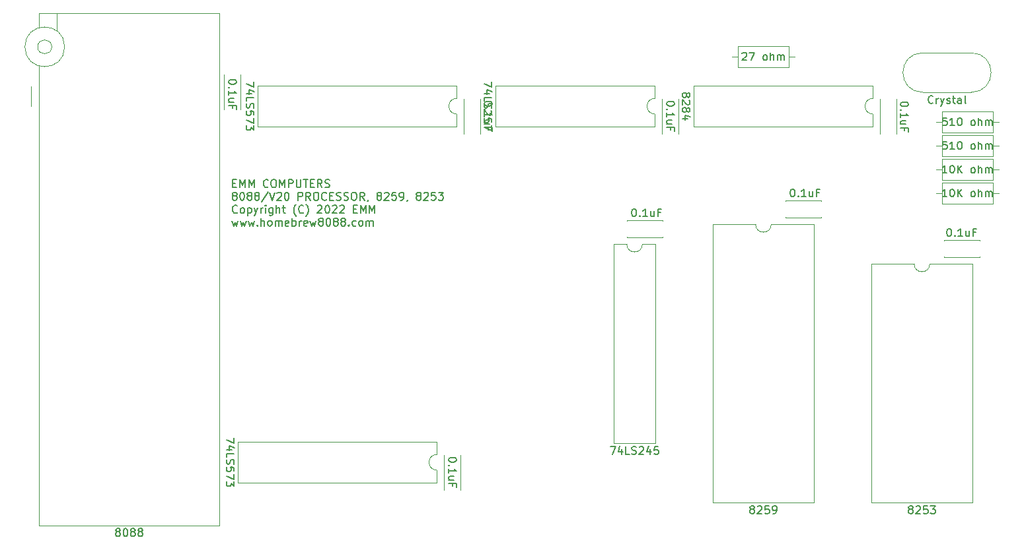
<source format=gbr>
G04 #@! TF.GenerationSoftware,KiCad,Pcbnew,(5.1.8)-1*
G04 #@! TF.CreationDate,2022-07-22T12:19:48-06:00*
G04 #@! TF.ProjectId,8088,38303838-2e6b-4696-9361-645f70636258,rev?*
G04 #@! TF.SameCoordinates,Original*
G04 #@! TF.FileFunction,Legend,Top*
G04 #@! TF.FilePolarity,Positive*
%FSLAX46Y46*%
G04 Gerber Fmt 4.6, Leading zero omitted, Abs format (unit mm)*
G04 Created by KiCad (PCBNEW (5.1.8)-1) date 2022-07-22 12:19:48*
%MOMM*%
%LPD*%
G01*
G04 APERTURE LIST*
%ADD10C,0.150000*%
%ADD11C,0.120000*%
G04 APERTURE END LIST*
D10*
X80845975Y-77438171D02*
X81179308Y-77438171D01*
X81322165Y-77961980D02*
X80845975Y-77961980D01*
X80845975Y-76961980D01*
X81322165Y-76961980D01*
X81750737Y-77961980D02*
X81750737Y-76961980D01*
X82084070Y-77676266D01*
X82417403Y-76961980D01*
X82417403Y-77961980D01*
X82893594Y-77961980D02*
X82893594Y-76961980D01*
X83226927Y-77676266D01*
X83560260Y-76961980D01*
X83560260Y-77961980D01*
X85369784Y-77866742D02*
X85322165Y-77914361D01*
X85179308Y-77961980D01*
X85084070Y-77961980D01*
X84941213Y-77914361D01*
X84845975Y-77819123D01*
X84798356Y-77723885D01*
X84750737Y-77533409D01*
X84750737Y-77390552D01*
X84798356Y-77200076D01*
X84845975Y-77104838D01*
X84941213Y-77009600D01*
X85084070Y-76961980D01*
X85179308Y-76961980D01*
X85322165Y-77009600D01*
X85369784Y-77057219D01*
X85988832Y-76961980D02*
X86179308Y-76961980D01*
X86274546Y-77009600D01*
X86369784Y-77104838D01*
X86417403Y-77295314D01*
X86417403Y-77628647D01*
X86369784Y-77819123D01*
X86274546Y-77914361D01*
X86179308Y-77961980D01*
X85988832Y-77961980D01*
X85893594Y-77914361D01*
X85798356Y-77819123D01*
X85750737Y-77628647D01*
X85750737Y-77295314D01*
X85798356Y-77104838D01*
X85893594Y-77009600D01*
X85988832Y-76961980D01*
X86845975Y-77961980D02*
X86845975Y-76961980D01*
X87179308Y-77676266D01*
X87512641Y-76961980D01*
X87512641Y-77961980D01*
X87988832Y-77961980D02*
X87988832Y-76961980D01*
X88369784Y-76961980D01*
X88465022Y-77009600D01*
X88512641Y-77057219D01*
X88560260Y-77152457D01*
X88560260Y-77295314D01*
X88512641Y-77390552D01*
X88465022Y-77438171D01*
X88369784Y-77485790D01*
X87988832Y-77485790D01*
X88988832Y-76961980D02*
X88988832Y-77771504D01*
X89036451Y-77866742D01*
X89084070Y-77914361D01*
X89179308Y-77961980D01*
X89369784Y-77961980D01*
X89465022Y-77914361D01*
X89512641Y-77866742D01*
X89560260Y-77771504D01*
X89560260Y-76961980D01*
X89893594Y-76961980D02*
X90465022Y-76961980D01*
X90179308Y-77961980D02*
X90179308Y-76961980D01*
X90798356Y-77438171D02*
X91131689Y-77438171D01*
X91274546Y-77961980D02*
X90798356Y-77961980D01*
X90798356Y-76961980D01*
X91274546Y-76961980D01*
X92274546Y-77961980D02*
X91941213Y-77485790D01*
X91703118Y-77961980D02*
X91703118Y-76961980D01*
X92084070Y-76961980D01*
X92179308Y-77009600D01*
X92226927Y-77057219D01*
X92274546Y-77152457D01*
X92274546Y-77295314D01*
X92226927Y-77390552D01*
X92179308Y-77438171D01*
X92084070Y-77485790D01*
X91703118Y-77485790D01*
X92655499Y-77914361D02*
X92798356Y-77961980D01*
X93036451Y-77961980D01*
X93131689Y-77914361D01*
X93179308Y-77866742D01*
X93226927Y-77771504D01*
X93226927Y-77676266D01*
X93179308Y-77581028D01*
X93131689Y-77533409D01*
X93036451Y-77485790D01*
X92845975Y-77438171D01*
X92750737Y-77390552D01*
X92703118Y-77342933D01*
X92655499Y-77247695D01*
X92655499Y-77152457D01*
X92703118Y-77057219D01*
X92750737Y-77009600D01*
X92845975Y-76961980D01*
X93084070Y-76961980D01*
X93226927Y-77009600D01*
X80988832Y-79040552D02*
X80893594Y-78992933D01*
X80845975Y-78945314D01*
X80798356Y-78850076D01*
X80798356Y-78802457D01*
X80845975Y-78707219D01*
X80893594Y-78659600D01*
X80988832Y-78611980D01*
X81179308Y-78611980D01*
X81274546Y-78659600D01*
X81322165Y-78707219D01*
X81369784Y-78802457D01*
X81369784Y-78850076D01*
X81322165Y-78945314D01*
X81274546Y-78992933D01*
X81179308Y-79040552D01*
X80988832Y-79040552D01*
X80893594Y-79088171D01*
X80845975Y-79135790D01*
X80798356Y-79231028D01*
X80798356Y-79421504D01*
X80845975Y-79516742D01*
X80893594Y-79564361D01*
X80988832Y-79611980D01*
X81179308Y-79611980D01*
X81274546Y-79564361D01*
X81322165Y-79516742D01*
X81369784Y-79421504D01*
X81369784Y-79231028D01*
X81322165Y-79135790D01*
X81274546Y-79088171D01*
X81179308Y-79040552D01*
X81988832Y-78611980D02*
X82084070Y-78611980D01*
X82179308Y-78659600D01*
X82226927Y-78707219D01*
X82274546Y-78802457D01*
X82322165Y-78992933D01*
X82322165Y-79231028D01*
X82274546Y-79421504D01*
X82226927Y-79516742D01*
X82179308Y-79564361D01*
X82084070Y-79611980D01*
X81988832Y-79611980D01*
X81893594Y-79564361D01*
X81845975Y-79516742D01*
X81798356Y-79421504D01*
X81750737Y-79231028D01*
X81750737Y-78992933D01*
X81798356Y-78802457D01*
X81845975Y-78707219D01*
X81893594Y-78659600D01*
X81988832Y-78611980D01*
X82893594Y-79040552D02*
X82798356Y-78992933D01*
X82750737Y-78945314D01*
X82703118Y-78850076D01*
X82703118Y-78802457D01*
X82750737Y-78707219D01*
X82798356Y-78659600D01*
X82893594Y-78611980D01*
X83084070Y-78611980D01*
X83179308Y-78659600D01*
X83226927Y-78707219D01*
X83274546Y-78802457D01*
X83274546Y-78850076D01*
X83226927Y-78945314D01*
X83179308Y-78992933D01*
X83084070Y-79040552D01*
X82893594Y-79040552D01*
X82798356Y-79088171D01*
X82750737Y-79135790D01*
X82703118Y-79231028D01*
X82703118Y-79421504D01*
X82750737Y-79516742D01*
X82798356Y-79564361D01*
X82893594Y-79611980D01*
X83084070Y-79611980D01*
X83179308Y-79564361D01*
X83226927Y-79516742D01*
X83274546Y-79421504D01*
X83274546Y-79231028D01*
X83226927Y-79135790D01*
X83179308Y-79088171D01*
X83084070Y-79040552D01*
X83845975Y-79040552D02*
X83750737Y-78992933D01*
X83703118Y-78945314D01*
X83655499Y-78850076D01*
X83655499Y-78802457D01*
X83703118Y-78707219D01*
X83750737Y-78659600D01*
X83845975Y-78611980D01*
X84036451Y-78611980D01*
X84131689Y-78659600D01*
X84179308Y-78707219D01*
X84226927Y-78802457D01*
X84226927Y-78850076D01*
X84179308Y-78945314D01*
X84131689Y-78992933D01*
X84036451Y-79040552D01*
X83845975Y-79040552D01*
X83750737Y-79088171D01*
X83703118Y-79135790D01*
X83655499Y-79231028D01*
X83655499Y-79421504D01*
X83703118Y-79516742D01*
X83750737Y-79564361D01*
X83845975Y-79611980D01*
X84036451Y-79611980D01*
X84131689Y-79564361D01*
X84179308Y-79516742D01*
X84226927Y-79421504D01*
X84226927Y-79231028D01*
X84179308Y-79135790D01*
X84131689Y-79088171D01*
X84036451Y-79040552D01*
X85369784Y-78564361D02*
X84512641Y-79850076D01*
X85560260Y-78611980D02*
X85893594Y-79611980D01*
X86226927Y-78611980D01*
X86512641Y-78707219D02*
X86560260Y-78659600D01*
X86655499Y-78611980D01*
X86893594Y-78611980D01*
X86988832Y-78659600D01*
X87036451Y-78707219D01*
X87084070Y-78802457D01*
X87084070Y-78897695D01*
X87036451Y-79040552D01*
X86465022Y-79611980D01*
X87084070Y-79611980D01*
X87703118Y-78611980D02*
X87798356Y-78611980D01*
X87893594Y-78659600D01*
X87941213Y-78707219D01*
X87988832Y-78802457D01*
X88036451Y-78992933D01*
X88036451Y-79231028D01*
X87988832Y-79421504D01*
X87941213Y-79516742D01*
X87893594Y-79564361D01*
X87798356Y-79611980D01*
X87703118Y-79611980D01*
X87607880Y-79564361D01*
X87560260Y-79516742D01*
X87512641Y-79421504D01*
X87465022Y-79231028D01*
X87465022Y-78992933D01*
X87512641Y-78802457D01*
X87560260Y-78707219D01*
X87607880Y-78659600D01*
X87703118Y-78611980D01*
X89226927Y-79611980D02*
X89226927Y-78611980D01*
X89607880Y-78611980D01*
X89703118Y-78659600D01*
X89750737Y-78707219D01*
X89798356Y-78802457D01*
X89798356Y-78945314D01*
X89750737Y-79040552D01*
X89703118Y-79088171D01*
X89607880Y-79135790D01*
X89226927Y-79135790D01*
X90798356Y-79611980D02*
X90465022Y-79135790D01*
X90226927Y-79611980D02*
X90226927Y-78611980D01*
X90607880Y-78611980D01*
X90703118Y-78659600D01*
X90750737Y-78707219D01*
X90798356Y-78802457D01*
X90798356Y-78945314D01*
X90750737Y-79040552D01*
X90703118Y-79088171D01*
X90607880Y-79135790D01*
X90226927Y-79135790D01*
X91417403Y-78611980D02*
X91607880Y-78611980D01*
X91703118Y-78659600D01*
X91798356Y-78754838D01*
X91845975Y-78945314D01*
X91845975Y-79278647D01*
X91798356Y-79469123D01*
X91703118Y-79564361D01*
X91607880Y-79611980D01*
X91417403Y-79611980D01*
X91322165Y-79564361D01*
X91226927Y-79469123D01*
X91179308Y-79278647D01*
X91179308Y-78945314D01*
X91226927Y-78754838D01*
X91322165Y-78659600D01*
X91417403Y-78611980D01*
X92845975Y-79516742D02*
X92798356Y-79564361D01*
X92655499Y-79611980D01*
X92560260Y-79611980D01*
X92417403Y-79564361D01*
X92322165Y-79469123D01*
X92274546Y-79373885D01*
X92226927Y-79183409D01*
X92226927Y-79040552D01*
X92274546Y-78850076D01*
X92322165Y-78754838D01*
X92417403Y-78659600D01*
X92560260Y-78611980D01*
X92655499Y-78611980D01*
X92798356Y-78659600D01*
X92845975Y-78707219D01*
X93274546Y-79088171D02*
X93607880Y-79088171D01*
X93750737Y-79611980D02*
X93274546Y-79611980D01*
X93274546Y-78611980D01*
X93750737Y-78611980D01*
X94131689Y-79564361D02*
X94274546Y-79611980D01*
X94512641Y-79611980D01*
X94607880Y-79564361D01*
X94655499Y-79516742D01*
X94703118Y-79421504D01*
X94703118Y-79326266D01*
X94655499Y-79231028D01*
X94607880Y-79183409D01*
X94512641Y-79135790D01*
X94322165Y-79088171D01*
X94226927Y-79040552D01*
X94179308Y-78992933D01*
X94131689Y-78897695D01*
X94131689Y-78802457D01*
X94179308Y-78707219D01*
X94226927Y-78659600D01*
X94322165Y-78611980D01*
X94560260Y-78611980D01*
X94703118Y-78659600D01*
X95084070Y-79564361D02*
X95226927Y-79611980D01*
X95465022Y-79611980D01*
X95560260Y-79564361D01*
X95607880Y-79516742D01*
X95655499Y-79421504D01*
X95655499Y-79326266D01*
X95607880Y-79231028D01*
X95560260Y-79183409D01*
X95465022Y-79135790D01*
X95274546Y-79088171D01*
X95179308Y-79040552D01*
X95131689Y-78992933D01*
X95084070Y-78897695D01*
X95084070Y-78802457D01*
X95131689Y-78707219D01*
X95179308Y-78659600D01*
X95274546Y-78611980D01*
X95512641Y-78611980D01*
X95655499Y-78659600D01*
X96274546Y-78611980D02*
X96465022Y-78611980D01*
X96560260Y-78659600D01*
X96655499Y-78754838D01*
X96703118Y-78945314D01*
X96703118Y-79278647D01*
X96655499Y-79469123D01*
X96560260Y-79564361D01*
X96465022Y-79611980D01*
X96274546Y-79611980D01*
X96179308Y-79564361D01*
X96084070Y-79469123D01*
X96036451Y-79278647D01*
X96036451Y-78945314D01*
X96084070Y-78754838D01*
X96179308Y-78659600D01*
X96274546Y-78611980D01*
X97703118Y-79611980D02*
X97369784Y-79135790D01*
X97131689Y-79611980D02*
X97131689Y-78611980D01*
X97512641Y-78611980D01*
X97607880Y-78659600D01*
X97655499Y-78707219D01*
X97703118Y-78802457D01*
X97703118Y-78945314D01*
X97655499Y-79040552D01*
X97607880Y-79088171D01*
X97512641Y-79135790D01*
X97131689Y-79135790D01*
X98179308Y-79564361D02*
X98179308Y-79611980D01*
X98131689Y-79707219D01*
X98084070Y-79754838D01*
X99512641Y-79040552D02*
X99417403Y-78992933D01*
X99369784Y-78945314D01*
X99322165Y-78850076D01*
X99322165Y-78802457D01*
X99369784Y-78707219D01*
X99417403Y-78659600D01*
X99512641Y-78611980D01*
X99703118Y-78611980D01*
X99798356Y-78659600D01*
X99845975Y-78707219D01*
X99893594Y-78802457D01*
X99893594Y-78850076D01*
X99845975Y-78945314D01*
X99798356Y-78992933D01*
X99703118Y-79040552D01*
X99512641Y-79040552D01*
X99417403Y-79088171D01*
X99369784Y-79135790D01*
X99322165Y-79231028D01*
X99322165Y-79421504D01*
X99369784Y-79516742D01*
X99417403Y-79564361D01*
X99512641Y-79611980D01*
X99703118Y-79611980D01*
X99798356Y-79564361D01*
X99845975Y-79516742D01*
X99893594Y-79421504D01*
X99893594Y-79231028D01*
X99845975Y-79135790D01*
X99798356Y-79088171D01*
X99703118Y-79040552D01*
X100274546Y-78707219D02*
X100322165Y-78659600D01*
X100417403Y-78611980D01*
X100655499Y-78611980D01*
X100750737Y-78659600D01*
X100798356Y-78707219D01*
X100845975Y-78802457D01*
X100845975Y-78897695D01*
X100798356Y-79040552D01*
X100226927Y-79611980D01*
X100845975Y-79611980D01*
X101750737Y-78611980D02*
X101274546Y-78611980D01*
X101226927Y-79088171D01*
X101274546Y-79040552D01*
X101369784Y-78992933D01*
X101607880Y-78992933D01*
X101703118Y-79040552D01*
X101750737Y-79088171D01*
X101798356Y-79183409D01*
X101798356Y-79421504D01*
X101750737Y-79516742D01*
X101703118Y-79564361D01*
X101607880Y-79611980D01*
X101369784Y-79611980D01*
X101274546Y-79564361D01*
X101226927Y-79516742D01*
X102274546Y-79611980D02*
X102465022Y-79611980D01*
X102560260Y-79564361D01*
X102607880Y-79516742D01*
X102703118Y-79373885D01*
X102750737Y-79183409D01*
X102750737Y-78802457D01*
X102703118Y-78707219D01*
X102655499Y-78659600D01*
X102560260Y-78611980D01*
X102369784Y-78611980D01*
X102274546Y-78659600D01*
X102226927Y-78707219D01*
X102179308Y-78802457D01*
X102179308Y-79040552D01*
X102226927Y-79135790D01*
X102274546Y-79183409D01*
X102369784Y-79231028D01*
X102560260Y-79231028D01*
X102655499Y-79183409D01*
X102703118Y-79135790D01*
X102750737Y-79040552D01*
X103226927Y-79564361D02*
X103226927Y-79611980D01*
X103179308Y-79707219D01*
X103131689Y-79754838D01*
X104560260Y-79040552D02*
X104465022Y-78992933D01*
X104417403Y-78945314D01*
X104369784Y-78850076D01*
X104369784Y-78802457D01*
X104417403Y-78707219D01*
X104465022Y-78659600D01*
X104560260Y-78611980D01*
X104750737Y-78611980D01*
X104845975Y-78659600D01*
X104893594Y-78707219D01*
X104941213Y-78802457D01*
X104941213Y-78850076D01*
X104893594Y-78945314D01*
X104845975Y-78992933D01*
X104750737Y-79040552D01*
X104560260Y-79040552D01*
X104465022Y-79088171D01*
X104417403Y-79135790D01*
X104369784Y-79231028D01*
X104369784Y-79421504D01*
X104417403Y-79516742D01*
X104465022Y-79564361D01*
X104560260Y-79611980D01*
X104750737Y-79611980D01*
X104845975Y-79564361D01*
X104893594Y-79516742D01*
X104941213Y-79421504D01*
X104941213Y-79231028D01*
X104893594Y-79135790D01*
X104845975Y-79088171D01*
X104750737Y-79040552D01*
X105322165Y-78707219D02*
X105369784Y-78659600D01*
X105465022Y-78611980D01*
X105703118Y-78611980D01*
X105798356Y-78659600D01*
X105845975Y-78707219D01*
X105893594Y-78802457D01*
X105893594Y-78897695D01*
X105845975Y-79040552D01*
X105274546Y-79611980D01*
X105893594Y-79611980D01*
X106798356Y-78611980D02*
X106322165Y-78611980D01*
X106274546Y-79088171D01*
X106322165Y-79040552D01*
X106417403Y-78992933D01*
X106655499Y-78992933D01*
X106750737Y-79040552D01*
X106798356Y-79088171D01*
X106845975Y-79183409D01*
X106845975Y-79421504D01*
X106798356Y-79516742D01*
X106750737Y-79564361D01*
X106655499Y-79611980D01*
X106417403Y-79611980D01*
X106322165Y-79564361D01*
X106274546Y-79516742D01*
X107179308Y-78611980D02*
X107798356Y-78611980D01*
X107465022Y-78992933D01*
X107607879Y-78992933D01*
X107703118Y-79040552D01*
X107750737Y-79088171D01*
X107798356Y-79183409D01*
X107798356Y-79421504D01*
X107750737Y-79516742D01*
X107703118Y-79564361D01*
X107607879Y-79611980D01*
X107322165Y-79611980D01*
X107226927Y-79564361D01*
X107179308Y-79516742D01*
X81417403Y-81166742D02*
X81369784Y-81214361D01*
X81226927Y-81261980D01*
X81131689Y-81261980D01*
X80988832Y-81214361D01*
X80893594Y-81119123D01*
X80845975Y-81023885D01*
X80798356Y-80833409D01*
X80798356Y-80690552D01*
X80845975Y-80500076D01*
X80893594Y-80404838D01*
X80988832Y-80309600D01*
X81131689Y-80261980D01*
X81226927Y-80261980D01*
X81369784Y-80309600D01*
X81417403Y-80357219D01*
X81988832Y-81261980D02*
X81893594Y-81214361D01*
X81845975Y-81166742D01*
X81798356Y-81071504D01*
X81798356Y-80785790D01*
X81845975Y-80690552D01*
X81893594Y-80642933D01*
X81988832Y-80595314D01*
X82131689Y-80595314D01*
X82226927Y-80642933D01*
X82274546Y-80690552D01*
X82322165Y-80785790D01*
X82322165Y-81071504D01*
X82274546Y-81166742D01*
X82226927Y-81214361D01*
X82131689Y-81261980D01*
X81988832Y-81261980D01*
X82750737Y-80595314D02*
X82750737Y-81595314D01*
X82750737Y-80642933D02*
X82845975Y-80595314D01*
X83036451Y-80595314D01*
X83131689Y-80642933D01*
X83179308Y-80690552D01*
X83226927Y-80785790D01*
X83226927Y-81071504D01*
X83179308Y-81166742D01*
X83131689Y-81214361D01*
X83036451Y-81261980D01*
X82845975Y-81261980D01*
X82750737Y-81214361D01*
X83560260Y-80595314D02*
X83798356Y-81261980D01*
X84036451Y-80595314D02*
X83798356Y-81261980D01*
X83703118Y-81500076D01*
X83655499Y-81547695D01*
X83560260Y-81595314D01*
X84417403Y-81261980D02*
X84417403Y-80595314D01*
X84417403Y-80785790D02*
X84465022Y-80690552D01*
X84512641Y-80642933D01*
X84607880Y-80595314D01*
X84703118Y-80595314D01*
X85036451Y-81261980D02*
X85036451Y-80595314D01*
X85036451Y-80261980D02*
X84988832Y-80309600D01*
X85036451Y-80357219D01*
X85084070Y-80309600D01*
X85036451Y-80261980D01*
X85036451Y-80357219D01*
X85941213Y-80595314D02*
X85941213Y-81404838D01*
X85893594Y-81500076D01*
X85845975Y-81547695D01*
X85750737Y-81595314D01*
X85607880Y-81595314D01*
X85512641Y-81547695D01*
X85941213Y-81214361D02*
X85845975Y-81261980D01*
X85655499Y-81261980D01*
X85560260Y-81214361D01*
X85512641Y-81166742D01*
X85465022Y-81071504D01*
X85465022Y-80785790D01*
X85512641Y-80690552D01*
X85560260Y-80642933D01*
X85655499Y-80595314D01*
X85845975Y-80595314D01*
X85941213Y-80642933D01*
X86417403Y-81261980D02*
X86417403Y-80261980D01*
X86845975Y-81261980D02*
X86845975Y-80738171D01*
X86798356Y-80642933D01*
X86703118Y-80595314D01*
X86560260Y-80595314D01*
X86465022Y-80642933D01*
X86417403Y-80690552D01*
X87179308Y-80595314D02*
X87560260Y-80595314D01*
X87322165Y-80261980D02*
X87322165Y-81119123D01*
X87369784Y-81214361D01*
X87465022Y-81261980D01*
X87560260Y-81261980D01*
X88941213Y-81642933D02*
X88893594Y-81595314D01*
X88798356Y-81452457D01*
X88750737Y-81357219D01*
X88703118Y-81214361D01*
X88655499Y-80976266D01*
X88655499Y-80785790D01*
X88703118Y-80547695D01*
X88750737Y-80404838D01*
X88798356Y-80309600D01*
X88893594Y-80166742D01*
X88941213Y-80119123D01*
X89893594Y-81166742D02*
X89845975Y-81214361D01*
X89703118Y-81261980D01*
X89607880Y-81261980D01*
X89465022Y-81214361D01*
X89369784Y-81119123D01*
X89322165Y-81023885D01*
X89274546Y-80833409D01*
X89274546Y-80690552D01*
X89322165Y-80500076D01*
X89369784Y-80404838D01*
X89465022Y-80309600D01*
X89607880Y-80261980D01*
X89703118Y-80261980D01*
X89845975Y-80309600D01*
X89893594Y-80357219D01*
X90226927Y-81642933D02*
X90274546Y-81595314D01*
X90369784Y-81452457D01*
X90417403Y-81357219D01*
X90465022Y-81214361D01*
X90512641Y-80976266D01*
X90512641Y-80785790D01*
X90465022Y-80547695D01*
X90417403Y-80404838D01*
X90369784Y-80309600D01*
X90274546Y-80166742D01*
X90226927Y-80119123D01*
X91703118Y-80357219D02*
X91750737Y-80309600D01*
X91845975Y-80261980D01*
X92084070Y-80261980D01*
X92179308Y-80309600D01*
X92226927Y-80357219D01*
X92274546Y-80452457D01*
X92274546Y-80547695D01*
X92226927Y-80690552D01*
X91655499Y-81261980D01*
X92274546Y-81261980D01*
X92893594Y-80261980D02*
X92988832Y-80261980D01*
X93084070Y-80309600D01*
X93131689Y-80357219D01*
X93179308Y-80452457D01*
X93226927Y-80642933D01*
X93226927Y-80881028D01*
X93179308Y-81071504D01*
X93131689Y-81166742D01*
X93084070Y-81214361D01*
X92988832Y-81261980D01*
X92893594Y-81261980D01*
X92798356Y-81214361D01*
X92750737Y-81166742D01*
X92703118Y-81071504D01*
X92655499Y-80881028D01*
X92655499Y-80642933D01*
X92703118Y-80452457D01*
X92750737Y-80357219D01*
X92798356Y-80309600D01*
X92893594Y-80261980D01*
X93607880Y-80357219D02*
X93655499Y-80309600D01*
X93750737Y-80261980D01*
X93988832Y-80261980D01*
X94084070Y-80309600D01*
X94131689Y-80357219D01*
X94179308Y-80452457D01*
X94179308Y-80547695D01*
X94131689Y-80690552D01*
X93560260Y-81261980D01*
X94179308Y-81261980D01*
X94560260Y-80357219D02*
X94607880Y-80309600D01*
X94703118Y-80261980D01*
X94941213Y-80261980D01*
X95036451Y-80309600D01*
X95084070Y-80357219D01*
X95131689Y-80452457D01*
X95131689Y-80547695D01*
X95084070Y-80690552D01*
X94512641Y-81261980D01*
X95131689Y-81261980D01*
X96322165Y-80738171D02*
X96655499Y-80738171D01*
X96798356Y-81261980D02*
X96322165Y-81261980D01*
X96322165Y-80261980D01*
X96798356Y-80261980D01*
X97226927Y-81261980D02*
X97226927Y-80261980D01*
X97560260Y-80976266D01*
X97893594Y-80261980D01*
X97893594Y-81261980D01*
X98369784Y-81261980D02*
X98369784Y-80261980D01*
X98703118Y-80976266D01*
X99036451Y-80261980D01*
X99036451Y-81261980D01*
X80750737Y-82245314D02*
X80941213Y-82911980D01*
X81131689Y-82435790D01*
X81322165Y-82911980D01*
X81512641Y-82245314D01*
X81798356Y-82245314D02*
X81988832Y-82911980D01*
X82179308Y-82435790D01*
X82369784Y-82911980D01*
X82560260Y-82245314D01*
X82845975Y-82245314D02*
X83036451Y-82911980D01*
X83226927Y-82435790D01*
X83417403Y-82911980D01*
X83607880Y-82245314D01*
X83988832Y-82816742D02*
X84036451Y-82864361D01*
X83988832Y-82911980D01*
X83941213Y-82864361D01*
X83988832Y-82816742D01*
X83988832Y-82911980D01*
X84465022Y-82911980D02*
X84465022Y-81911980D01*
X84893594Y-82911980D02*
X84893594Y-82388171D01*
X84845975Y-82292933D01*
X84750737Y-82245314D01*
X84607880Y-82245314D01*
X84512641Y-82292933D01*
X84465022Y-82340552D01*
X85512641Y-82911980D02*
X85417403Y-82864361D01*
X85369784Y-82816742D01*
X85322165Y-82721504D01*
X85322165Y-82435790D01*
X85369784Y-82340552D01*
X85417403Y-82292933D01*
X85512641Y-82245314D01*
X85655499Y-82245314D01*
X85750737Y-82292933D01*
X85798356Y-82340552D01*
X85845975Y-82435790D01*
X85845975Y-82721504D01*
X85798356Y-82816742D01*
X85750737Y-82864361D01*
X85655499Y-82911980D01*
X85512641Y-82911980D01*
X86274546Y-82911980D02*
X86274546Y-82245314D01*
X86274546Y-82340552D02*
X86322165Y-82292933D01*
X86417403Y-82245314D01*
X86560260Y-82245314D01*
X86655499Y-82292933D01*
X86703118Y-82388171D01*
X86703118Y-82911980D01*
X86703118Y-82388171D02*
X86750737Y-82292933D01*
X86845975Y-82245314D01*
X86988832Y-82245314D01*
X87084070Y-82292933D01*
X87131689Y-82388171D01*
X87131689Y-82911980D01*
X87988832Y-82864361D02*
X87893594Y-82911980D01*
X87703118Y-82911980D01*
X87607880Y-82864361D01*
X87560260Y-82769123D01*
X87560260Y-82388171D01*
X87607880Y-82292933D01*
X87703118Y-82245314D01*
X87893594Y-82245314D01*
X87988832Y-82292933D01*
X88036451Y-82388171D01*
X88036451Y-82483409D01*
X87560260Y-82578647D01*
X88465022Y-82911980D02*
X88465022Y-81911980D01*
X88465022Y-82292933D02*
X88560260Y-82245314D01*
X88750737Y-82245314D01*
X88845975Y-82292933D01*
X88893594Y-82340552D01*
X88941213Y-82435790D01*
X88941213Y-82721504D01*
X88893594Y-82816742D01*
X88845975Y-82864361D01*
X88750737Y-82911980D01*
X88560260Y-82911980D01*
X88465022Y-82864361D01*
X89369784Y-82911980D02*
X89369784Y-82245314D01*
X89369784Y-82435790D02*
X89417403Y-82340552D01*
X89465022Y-82292933D01*
X89560260Y-82245314D01*
X89655499Y-82245314D01*
X90369784Y-82864361D02*
X90274546Y-82911980D01*
X90084070Y-82911980D01*
X89988832Y-82864361D01*
X89941213Y-82769123D01*
X89941213Y-82388171D01*
X89988832Y-82292933D01*
X90084070Y-82245314D01*
X90274546Y-82245314D01*
X90369784Y-82292933D01*
X90417403Y-82388171D01*
X90417403Y-82483409D01*
X89941213Y-82578647D01*
X90750737Y-82245314D02*
X90941213Y-82911980D01*
X91131689Y-82435790D01*
X91322165Y-82911980D01*
X91512641Y-82245314D01*
X92036451Y-82340552D02*
X91941213Y-82292933D01*
X91893594Y-82245314D01*
X91845975Y-82150076D01*
X91845975Y-82102457D01*
X91893594Y-82007219D01*
X91941213Y-81959600D01*
X92036451Y-81911980D01*
X92226927Y-81911980D01*
X92322165Y-81959600D01*
X92369784Y-82007219D01*
X92417403Y-82102457D01*
X92417403Y-82150076D01*
X92369784Y-82245314D01*
X92322165Y-82292933D01*
X92226927Y-82340552D01*
X92036451Y-82340552D01*
X91941213Y-82388171D01*
X91893594Y-82435790D01*
X91845975Y-82531028D01*
X91845975Y-82721504D01*
X91893594Y-82816742D01*
X91941213Y-82864361D01*
X92036451Y-82911980D01*
X92226927Y-82911980D01*
X92322165Y-82864361D01*
X92369784Y-82816742D01*
X92417403Y-82721504D01*
X92417403Y-82531028D01*
X92369784Y-82435790D01*
X92322165Y-82388171D01*
X92226927Y-82340552D01*
X93036451Y-81911980D02*
X93131689Y-81911980D01*
X93226927Y-81959600D01*
X93274546Y-82007219D01*
X93322165Y-82102457D01*
X93369784Y-82292933D01*
X93369784Y-82531028D01*
X93322165Y-82721504D01*
X93274546Y-82816742D01*
X93226927Y-82864361D01*
X93131689Y-82911980D01*
X93036451Y-82911980D01*
X92941213Y-82864361D01*
X92893594Y-82816742D01*
X92845975Y-82721504D01*
X92798356Y-82531028D01*
X92798356Y-82292933D01*
X92845975Y-82102457D01*
X92893594Y-82007219D01*
X92941213Y-81959600D01*
X93036451Y-81911980D01*
X93941213Y-82340552D02*
X93845975Y-82292933D01*
X93798356Y-82245314D01*
X93750737Y-82150076D01*
X93750737Y-82102457D01*
X93798356Y-82007219D01*
X93845975Y-81959600D01*
X93941213Y-81911980D01*
X94131689Y-81911980D01*
X94226927Y-81959600D01*
X94274546Y-82007219D01*
X94322165Y-82102457D01*
X94322165Y-82150076D01*
X94274546Y-82245314D01*
X94226927Y-82292933D01*
X94131689Y-82340552D01*
X93941213Y-82340552D01*
X93845975Y-82388171D01*
X93798356Y-82435790D01*
X93750737Y-82531028D01*
X93750737Y-82721504D01*
X93798356Y-82816742D01*
X93845975Y-82864361D01*
X93941213Y-82911980D01*
X94131689Y-82911980D01*
X94226927Y-82864361D01*
X94274546Y-82816742D01*
X94322165Y-82721504D01*
X94322165Y-82531028D01*
X94274546Y-82435790D01*
X94226927Y-82388171D01*
X94131689Y-82340552D01*
X94893594Y-82340552D02*
X94798356Y-82292933D01*
X94750737Y-82245314D01*
X94703118Y-82150076D01*
X94703118Y-82102457D01*
X94750737Y-82007219D01*
X94798356Y-81959600D01*
X94893594Y-81911980D01*
X95084070Y-81911980D01*
X95179308Y-81959600D01*
X95226927Y-82007219D01*
X95274546Y-82102457D01*
X95274546Y-82150076D01*
X95226927Y-82245314D01*
X95179308Y-82292933D01*
X95084070Y-82340552D01*
X94893594Y-82340552D01*
X94798356Y-82388171D01*
X94750737Y-82435790D01*
X94703118Y-82531028D01*
X94703118Y-82721504D01*
X94750737Y-82816742D01*
X94798356Y-82864361D01*
X94893594Y-82911980D01*
X95084070Y-82911980D01*
X95179308Y-82864361D01*
X95226927Y-82816742D01*
X95274546Y-82721504D01*
X95274546Y-82531028D01*
X95226927Y-82435790D01*
X95179308Y-82388171D01*
X95084070Y-82340552D01*
X95703118Y-82816742D02*
X95750737Y-82864361D01*
X95703118Y-82911980D01*
X95655499Y-82864361D01*
X95703118Y-82816742D01*
X95703118Y-82911980D01*
X96607880Y-82864361D02*
X96512641Y-82911980D01*
X96322165Y-82911980D01*
X96226927Y-82864361D01*
X96179308Y-82816742D01*
X96131689Y-82721504D01*
X96131689Y-82435790D01*
X96179308Y-82340552D01*
X96226927Y-82292933D01*
X96322165Y-82245314D01*
X96512641Y-82245314D01*
X96607880Y-82292933D01*
X97179308Y-82911980D02*
X97084070Y-82864361D01*
X97036451Y-82816742D01*
X96988832Y-82721504D01*
X96988832Y-82435790D01*
X97036451Y-82340552D01*
X97084070Y-82292933D01*
X97179308Y-82245314D01*
X97322165Y-82245314D01*
X97417403Y-82292933D01*
X97465022Y-82340552D01*
X97512641Y-82435790D01*
X97512641Y-82721504D01*
X97465022Y-82816742D01*
X97417403Y-82864361D01*
X97322165Y-82911980D01*
X97179308Y-82911980D01*
X97941213Y-82911980D02*
X97941213Y-82245314D01*
X97941213Y-82340552D02*
X97988832Y-82292933D01*
X98084070Y-82245314D01*
X98226927Y-82245314D01*
X98322165Y-82292933D01*
X98369784Y-82388171D01*
X98369784Y-82911980D01*
X98369784Y-82388171D02*
X98417403Y-82292933D01*
X98512641Y-82245314D01*
X98655499Y-82245314D01*
X98750737Y-82292933D01*
X98798356Y-82388171D01*
X98798356Y-82911980D01*
D11*
G04 #@! TO.C,U1*
X59286380Y-59918600D02*
G75*
G03*
X59286380Y-59918600I-2550000J0D01*
G01*
X57636380Y-59918600D02*
G75*
G03*
X57636380Y-59918600I-900000J0D01*
G01*
X56006380Y-62368600D02*
X56006380Y-121408600D01*
X56006380Y-121408600D02*
X79106380Y-121408600D01*
X79106380Y-121408600D02*
X79106380Y-55608600D01*
X79106380Y-55608600D02*
X56006380Y-55608600D01*
X56006380Y-55608600D02*
X56006380Y-57468600D01*
X58286380Y-55608600D02*
X58286380Y-57868600D01*
X54986380Y-67538600D02*
X54986380Y-64998600D01*
G04 #@! TO.C,C1*
X79709380Y-67990600D02*
X79694380Y-67990600D01*
X81834380Y-67990600D02*
X81819380Y-67990600D01*
X79709380Y-63450600D02*
X79694380Y-63450600D01*
X81834380Y-63450600D02*
X81819380Y-63450600D01*
X79694380Y-63450600D02*
X79694380Y-67990600D01*
X81834380Y-63450600D02*
X81834380Y-67990600D01*
G04 #@! TO.C,Y1*
X169243380Y-65745600D02*
X175493380Y-65745600D01*
X169243380Y-60695600D02*
X175493380Y-60695600D01*
X175493380Y-65745600D02*
G75*
G03*
X175493380Y-60695600I0J2525000D01*
G01*
X169243380Y-65745600D02*
G75*
G02*
X169243380Y-60695600I0J2525000D01*
G01*
G04 #@! TO.C,U5*
X134926380Y-70188600D02*
X134926380Y-68538600D01*
X114486380Y-70188600D02*
X134926380Y-70188600D01*
X114486380Y-64888600D02*
X114486380Y-70188600D01*
X134926380Y-64888600D02*
X114486380Y-64888600D01*
X134926380Y-66538600D02*
X134926380Y-64888600D01*
X134926380Y-68538600D02*
G75*
G02*
X134926380Y-66538600I0J1000000D01*
G01*
G04 #@! TO.C,U8*
X175616380Y-87798600D02*
X170156380Y-87798600D01*
X175616380Y-118398600D02*
X175616380Y-87798600D01*
X162696380Y-118398600D02*
X175616380Y-118398600D01*
X162696380Y-87798600D02*
X162696380Y-118398600D01*
X168156380Y-87798600D02*
X162696380Y-87798600D01*
X170156380Y-87798600D02*
G75*
G02*
X168156380Y-87798600I-1000000J0D01*
G01*
G04 #@! TO.C,U7*
X155296380Y-82718600D02*
X149836380Y-82718600D01*
X155296380Y-118398600D02*
X155296380Y-82718600D01*
X142376380Y-118398600D02*
X155296380Y-118398600D01*
X142376380Y-82718600D02*
X142376380Y-118398600D01*
X147836380Y-82718600D02*
X142376380Y-82718600D01*
X149836380Y-82718600D02*
G75*
G02*
X147836380Y-82718600I-1000000J0D01*
G01*
G04 #@! TO.C,U6*
X162866380Y-70188600D02*
X162866380Y-68538600D01*
X139886380Y-70188600D02*
X162866380Y-70188600D01*
X139886380Y-64888600D02*
X139886380Y-70188600D01*
X162866380Y-64888600D02*
X139886380Y-64888600D01*
X162866380Y-66538600D02*
X162866380Y-64888600D01*
X162866380Y-68538600D02*
G75*
G02*
X162866380Y-66538600I0J1000000D01*
G01*
G04 #@! TO.C,R4*
X179038380Y-75666600D02*
X178268380Y-75666600D01*
X170958380Y-75666600D02*
X171728380Y-75666600D01*
X178268380Y-74296600D02*
X171728380Y-74296600D01*
X178268380Y-77036600D02*
X178268380Y-74296600D01*
X171728380Y-77036600D02*
X178268380Y-77036600D01*
X171728380Y-74296600D02*
X171728380Y-77036600D01*
G04 #@! TO.C,R2*
X179038380Y-69570600D02*
X178268380Y-69570600D01*
X170958380Y-69570600D02*
X171728380Y-69570600D01*
X178268380Y-68200600D02*
X171728380Y-68200600D01*
X178268380Y-70940600D02*
X178268380Y-68200600D01*
X171728380Y-70940600D02*
X178268380Y-70940600D01*
X171728380Y-68200600D02*
X171728380Y-70940600D01*
G04 #@! TO.C,R3*
X179038380Y-72618600D02*
X178268380Y-72618600D01*
X170958380Y-72618600D02*
X171728380Y-72618600D01*
X178268380Y-71248600D02*
X171728380Y-71248600D01*
X178268380Y-73988600D02*
X178268380Y-71248600D01*
X171728380Y-73988600D02*
X178268380Y-73988600D01*
X171728380Y-71248600D02*
X171728380Y-73988600D01*
G04 #@! TO.C,R1*
X152876380Y-61188600D02*
X152106380Y-61188600D01*
X144796380Y-61188600D02*
X145566380Y-61188600D01*
X152106380Y-59818600D02*
X145566380Y-59818600D01*
X152106380Y-62558600D02*
X152106380Y-59818600D01*
X145566380Y-62558600D02*
X152106380Y-62558600D01*
X145566380Y-59818600D02*
X145566380Y-62558600D01*
G04 #@! TO.C,R5*
X179038380Y-78714600D02*
X178268380Y-78714600D01*
X170958380Y-78714600D02*
X171728380Y-78714600D01*
X178268380Y-77344600D02*
X171728380Y-77344600D01*
X178268380Y-80084600D02*
X178268380Y-77344600D01*
X171728380Y-80084600D02*
X178268380Y-80084600D01*
X171728380Y-77344600D02*
X171728380Y-80084600D01*
G04 #@! TO.C,C8*
X176546380Y-86881600D02*
X176546380Y-86896600D01*
X176546380Y-84756600D02*
X176546380Y-84771600D01*
X172006380Y-86881600D02*
X172006380Y-86896600D01*
X172006380Y-84756600D02*
X172006380Y-84771600D01*
X172006380Y-86896600D02*
X176546380Y-86896600D01*
X172006380Y-84756600D02*
X176546380Y-84756600D01*
G04 #@! TO.C,C7*
X156226380Y-81801600D02*
X156226380Y-81816600D01*
X156226380Y-79676600D02*
X156226380Y-79691600D01*
X151686380Y-81801600D02*
X151686380Y-81816600D01*
X151686380Y-79676600D02*
X151686380Y-79691600D01*
X151686380Y-81816600D02*
X156226380Y-81816600D01*
X151686380Y-79676600D02*
X156226380Y-79676600D01*
G04 #@! TO.C,C6*
X163783380Y-71118600D02*
X163768380Y-71118600D01*
X165908380Y-71118600D02*
X165893380Y-71118600D01*
X163783380Y-66578600D02*
X163768380Y-66578600D01*
X165908380Y-66578600D02*
X165893380Y-66578600D01*
X163768380Y-66578600D02*
X163768380Y-71118600D01*
X165908380Y-66578600D02*
X165908380Y-71118600D01*
G04 #@! TO.C,C5*
X135843380Y-71118600D02*
X135828380Y-71118600D01*
X137968380Y-71118600D02*
X137953380Y-71118600D01*
X135843380Y-66578600D02*
X135828380Y-66578600D01*
X137968380Y-66578600D02*
X137953380Y-66578600D01*
X135828380Y-66578600D02*
X135828380Y-71118600D01*
X137968380Y-66578600D02*
X137968380Y-71118600D01*
G04 #@! TO.C,U4*
X134976380Y-85258600D02*
X133326380Y-85258600D01*
X134976380Y-110778600D02*
X134976380Y-85258600D01*
X129676380Y-110778600D02*
X134976380Y-110778600D01*
X129676380Y-85258600D02*
X129676380Y-110778600D01*
X131326380Y-85258600D02*
X129676380Y-85258600D01*
X133326380Y-85258600D02*
G75*
G02*
X131326380Y-85258600I-1000000J0D01*
G01*
G04 #@! TO.C,U2*
X109526380Y-70188600D02*
X109526380Y-68538600D01*
X84006380Y-70188600D02*
X109526380Y-70188600D01*
X84006380Y-64888600D02*
X84006380Y-70188600D01*
X109526380Y-64888600D02*
X84006380Y-64888600D01*
X109526380Y-66538600D02*
X109526380Y-64888600D01*
X109526380Y-68538600D02*
G75*
G02*
X109526380Y-66538600I0J1000000D01*
G01*
G04 #@! TO.C,U3*
X106986380Y-115908600D02*
X106986380Y-114258600D01*
X81466380Y-115908600D02*
X106986380Y-115908600D01*
X81466380Y-110608600D02*
X81466380Y-115908600D01*
X106986380Y-110608600D02*
X81466380Y-110608600D01*
X106986380Y-112258600D02*
X106986380Y-110608600D01*
X106986380Y-114258600D02*
G75*
G02*
X106986380Y-112258600I0J1000000D01*
G01*
G04 #@! TO.C,C4*
X135906380Y-84341600D02*
X135906380Y-84356600D01*
X135906380Y-82216600D02*
X135906380Y-82231600D01*
X131366380Y-84341600D02*
X131366380Y-84356600D01*
X131366380Y-82216600D02*
X131366380Y-82231600D01*
X131366380Y-84356600D02*
X135906380Y-84356600D01*
X131366380Y-82216600D02*
X135906380Y-82216600D01*
G04 #@! TO.C,C3*
X107903380Y-116838600D02*
X107888380Y-116838600D01*
X110028380Y-116838600D02*
X110013380Y-116838600D01*
X107903380Y-112298600D02*
X107888380Y-112298600D01*
X110028380Y-112298600D02*
X110013380Y-112298600D01*
X107888380Y-112298600D02*
X107888380Y-116838600D01*
X110028380Y-112298600D02*
X110028380Y-116838600D01*
G04 #@! TO.C,C2*
X110443380Y-71118600D02*
X110428380Y-71118600D01*
X112568380Y-71118600D02*
X112553380Y-71118600D01*
X110443380Y-66578600D02*
X110428380Y-66578600D01*
X112568380Y-66578600D02*
X112553380Y-66578600D01*
X110428380Y-66578600D02*
X110428380Y-71118600D01*
X112568380Y-66578600D02*
X112568380Y-71118600D01*
G04 #@! TO.C,U1*
D10*
X66032570Y-122189552D02*
X65937332Y-122141933D01*
X65889713Y-122094314D01*
X65842094Y-121999076D01*
X65842094Y-121951457D01*
X65889713Y-121856219D01*
X65937332Y-121808600D01*
X66032570Y-121760980D01*
X66223046Y-121760980D01*
X66318284Y-121808600D01*
X66365903Y-121856219D01*
X66413522Y-121951457D01*
X66413522Y-121999076D01*
X66365903Y-122094314D01*
X66318284Y-122141933D01*
X66223046Y-122189552D01*
X66032570Y-122189552D01*
X65937332Y-122237171D01*
X65889713Y-122284790D01*
X65842094Y-122380028D01*
X65842094Y-122570504D01*
X65889713Y-122665742D01*
X65937332Y-122713361D01*
X66032570Y-122760980D01*
X66223046Y-122760980D01*
X66318284Y-122713361D01*
X66365903Y-122665742D01*
X66413522Y-122570504D01*
X66413522Y-122380028D01*
X66365903Y-122284790D01*
X66318284Y-122237171D01*
X66223046Y-122189552D01*
X67032570Y-121760980D02*
X67127808Y-121760980D01*
X67223046Y-121808600D01*
X67270665Y-121856219D01*
X67318284Y-121951457D01*
X67365903Y-122141933D01*
X67365903Y-122380028D01*
X67318284Y-122570504D01*
X67270665Y-122665742D01*
X67223046Y-122713361D01*
X67127808Y-122760980D01*
X67032570Y-122760980D01*
X66937332Y-122713361D01*
X66889713Y-122665742D01*
X66842094Y-122570504D01*
X66794475Y-122380028D01*
X66794475Y-122141933D01*
X66842094Y-121951457D01*
X66889713Y-121856219D01*
X66937332Y-121808600D01*
X67032570Y-121760980D01*
X67937332Y-122189552D02*
X67842094Y-122141933D01*
X67794475Y-122094314D01*
X67746856Y-121999076D01*
X67746856Y-121951457D01*
X67794475Y-121856219D01*
X67842094Y-121808600D01*
X67937332Y-121760980D01*
X68127808Y-121760980D01*
X68223046Y-121808600D01*
X68270665Y-121856219D01*
X68318284Y-121951457D01*
X68318284Y-121999076D01*
X68270665Y-122094314D01*
X68223046Y-122141933D01*
X68127808Y-122189552D01*
X67937332Y-122189552D01*
X67842094Y-122237171D01*
X67794475Y-122284790D01*
X67746856Y-122380028D01*
X67746856Y-122570504D01*
X67794475Y-122665742D01*
X67842094Y-122713361D01*
X67937332Y-122760980D01*
X68127808Y-122760980D01*
X68223046Y-122713361D01*
X68270665Y-122665742D01*
X68318284Y-122570504D01*
X68318284Y-122380028D01*
X68270665Y-122284790D01*
X68223046Y-122237171D01*
X68127808Y-122189552D01*
X68889713Y-122189552D02*
X68794475Y-122141933D01*
X68746856Y-122094314D01*
X68699237Y-121999076D01*
X68699237Y-121951457D01*
X68746856Y-121856219D01*
X68794475Y-121808600D01*
X68889713Y-121760980D01*
X69080189Y-121760980D01*
X69175427Y-121808600D01*
X69223046Y-121856219D01*
X69270665Y-121951457D01*
X69270665Y-121999076D01*
X69223046Y-122094314D01*
X69175427Y-122141933D01*
X69080189Y-122189552D01*
X68889713Y-122189552D01*
X68794475Y-122237171D01*
X68746856Y-122284790D01*
X68699237Y-122380028D01*
X68699237Y-122570504D01*
X68746856Y-122665742D01*
X68794475Y-122713361D01*
X68889713Y-122760980D01*
X69080189Y-122760980D01*
X69175427Y-122713361D01*
X69223046Y-122665742D01*
X69270665Y-122570504D01*
X69270665Y-122380028D01*
X69223046Y-122284790D01*
X69175427Y-122237171D01*
X69080189Y-122189552D01*
G04 #@! TO.C,C1*
X81311999Y-64371742D02*
X81311999Y-64466980D01*
X81264380Y-64562219D01*
X81216760Y-64609838D01*
X81121522Y-64657457D01*
X80931046Y-64705076D01*
X80692951Y-64705076D01*
X80502475Y-64657457D01*
X80407237Y-64609838D01*
X80359618Y-64562219D01*
X80311999Y-64466980D01*
X80311999Y-64371742D01*
X80359618Y-64276504D01*
X80407237Y-64228885D01*
X80502475Y-64181266D01*
X80692951Y-64133647D01*
X80931046Y-64133647D01*
X81121522Y-64181266D01*
X81216760Y-64228885D01*
X81264380Y-64276504D01*
X81311999Y-64371742D01*
X80407237Y-65133647D02*
X80359618Y-65181266D01*
X80311999Y-65133647D01*
X80359618Y-65086028D01*
X80407237Y-65133647D01*
X80311999Y-65133647D01*
X80311999Y-66133647D02*
X80311999Y-65562219D01*
X80311999Y-65847933D02*
X81311999Y-65847933D01*
X81169141Y-65752695D01*
X81073903Y-65657457D01*
X81026284Y-65562219D01*
X80978665Y-66990790D02*
X80311999Y-66990790D01*
X80978665Y-66562219D02*
X80454856Y-66562219D01*
X80359618Y-66609838D01*
X80311999Y-66705076D01*
X80311999Y-66847933D01*
X80359618Y-66943171D01*
X80407237Y-66990790D01*
X80835808Y-67800314D02*
X80835808Y-67466980D01*
X80311999Y-67466980D02*
X81311999Y-67466980D01*
X81311999Y-67943171D01*
G04 #@! TO.C,Y1*
X170582665Y-67102742D02*
X170535046Y-67150361D01*
X170392189Y-67197980D01*
X170296951Y-67197980D01*
X170154094Y-67150361D01*
X170058856Y-67055123D01*
X170011237Y-66959885D01*
X169963618Y-66769409D01*
X169963618Y-66626552D01*
X170011237Y-66436076D01*
X170058856Y-66340838D01*
X170154094Y-66245600D01*
X170296951Y-66197980D01*
X170392189Y-66197980D01*
X170535046Y-66245600D01*
X170582665Y-66293219D01*
X171011237Y-67197980D02*
X171011237Y-66531314D01*
X171011237Y-66721790D02*
X171058856Y-66626552D01*
X171106475Y-66578933D01*
X171201713Y-66531314D01*
X171296951Y-66531314D01*
X171535046Y-66531314D02*
X171773141Y-67197980D01*
X172011237Y-66531314D02*
X171773141Y-67197980D01*
X171677903Y-67436076D01*
X171630284Y-67483695D01*
X171535046Y-67531314D01*
X172344570Y-67150361D02*
X172439808Y-67197980D01*
X172630284Y-67197980D01*
X172725522Y-67150361D01*
X172773141Y-67055123D01*
X172773141Y-67007504D01*
X172725522Y-66912266D01*
X172630284Y-66864647D01*
X172487427Y-66864647D01*
X172392189Y-66817028D01*
X172344570Y-66721790D01*
X172344570Y-66674171D01*
X172392189Y-66578933D01*
X172487427Y-66531314D01*
X172630284Y-66531314D01*
X172725522Y-66578933D01*
X173058856Y-66531314D02*
X173439808Y-66531314D01*
X173201713Y-66197980D02*
X173201713Y-67055123D01*
X173249332Y-67150361D01*
X173344570Y-67197980D01*
X173439808Y-67197980D01*
X174201713Y-67197980D02*
X174201713Y-66674171D01*
X174154094Y-66578933D01*
X174058856Y-66531314D01*
X173868380Y-66531314D01*
X173773141Y-66578933D01*
X174201713Y-67150361D02*
X174106475Y-67197980D01*
X173868380Y-67197980D01*
X173773141Y-67150361D01*
X173725522Y-67055123D01*
X173725522Y-66959885D01*
X173773141Y-66864647D01*
X173868380Y-66817028D01*
X174106475Y-66817028D01*
X174201713Y-66769409D01*
X174820760Y-67197980D02*
X174725522Y-67150361D01*
X174677903Y-67055123D01*
X174677903Y-66197980D01*
G04 #@! TO.C,U5*
X114033999Y-64419552D02*
X114033999Y-65086219D01*
X113033999Y-64657647D01*
X113700665Y-65895742D02*
X113033999Y-65895742D01*
X114081618Y-65657647D02*
X113367332Y-65419552D01*
X113367332Y-66038600D01*
X113033999Y-66895742D02*
X113033999Y-66419552D01*
X114033999Y-66419552D01*
X113081618Y-67181457D02*
X113033999Y-67324314D01*
X113033999Y-67562409D01*
X113081618Y-67657647D01*
X113129237Y-67705266D01*
X113224475Y-67752885D01*
X113319713Y-67752885D01*
X113414951Y-67705266D01*
X113462570Y-67657647D01*
X113510189Y-67562409D01*
X113557808Y-67371933D01*
X113605427Y-67276695D01*
X113653046Y-67229076D01*
X113748284Y-67181457D01*
X113843522Y-67181457D01*
X113938760Y-67229076D01*
X113986380Y-67276695D01*
X114033999Y-67371933D01*
X114033999Y-67610028D01*
X113986380Y-67752885D01*
X113938760Y-68133838D02*
X113986380Y-68181457D01*
X114033999Y-68276695D01*
X114033999Y-68514790D01*
X113986380Y-68610028D01*
X113938760Y-68657647D01*
X113843522Y-68705266D01*
X113748284Y-68705266D01*
X113605427Y-68657647D01*
X113033999Y-68086219D01*
X113033999Y-68705266D01*
X114033999Y-69610028D02*
X114033999Y-69133838D01*
X113557808Y-69086219D01*
X113605427Y-69133838D01*
X113653046Y-69229076D01*
X113653046Y-69467171D01*
X113605427Y-69562409D01*
X113557808Y-69610028D01*
X113462570Y-69657647D01*
X113224475Y-69657647D01*
X113129237Y-69610028D01*
X113081618Y-69562409D01*
X113033999Y-69467171D01*
X113033999Y-69229076D01*
X113081618Y-69133838D01*
X113129237Y-69086219D01*
X114033999Y-69990980D02*
X114033999Y-70657647D01*
X113033999Y-70229076D01*
G04 #@! TO.C,U8*
X167632570Y-119279552D02*
X167537332Y-119231933D01*
X167489713Y-119184314D01*
X167442094Y-119089076D01*
X167442094Y-119041457D01*
X167489713Y-118946219D01*
X167537332Y-118898600D01*
X167632570Y-118850980D01*
X167823046Y-118850980D01*
X167918284Y-118898600D01*
X167965903Y-118946219D01*
X168013522Y-119041457D01*
X168013522Y-119089076D01*
X167965903Y-119184314D01*
X167918284Y-119231933D01*
X167823046Y-119279552D01*
X167632570Y-119279552D01*
X167537332Y-119327171D01*
X167489713Y-119374790D01*
X167442094Y-119470028D01*
X167442094Y-119660504D01*
X167489713Y-119755742D01*
X167537332Y-119803361D01*
X167632570Y-119850980D01*
X167823046Y-119850980D01*
X167918284Y-119803361D01*
X167965903Y-119755742D01*
X168013522Y-119660504D01*
X168013522Y-119470028D01*
X167965903Y-119374790D01*
X167918284Y-119327171D01*
X167823046Y-119279552D01*
X168394475Y-118946219D02*
X168442094Y-118898600D01*
X168537332Y-118850980D01*
X168775427Y-118850980D01*
X168870665Y-118898600D01*
X168918284Y-118946219D01*
X168965903Y-119041457D01*
X168965903Y-119136695D01*
X168918284Y-119279552D01*
X168346856Y-119850980D01*
X168965903Y-119850980D01*
X169870665Y-118850980D02*
X169394475Y-118850980D01*
X169346856Y-119327171D01*
X169394475Y-119279552D01*
X169489713Y-119231933D01*
X169727808Y-119231933D01*
X169823046Y-119279552D01*
X169870665Y-119327171D01*
X169918284Y-119422409D01*
X169918284Y-119660504D01*
X169870665Y-119755742D01*
X169823046Y-119803361D01*
X169727808Y-119850980D01*
X169489713Y-119850980D01*
X169394475Y-119803361D01*
X169346856Y-119755742D01*
X170251618Y-118850980D02*
X170870665Y-118850980D01*
X170537332Y-119231933D01*
X170680189Y-119231933D01*
X170775427Y-119279552D01*
X170823046Y-119327171D01*
X170870665Y-119422409D01*
X170870665Y-119660504D01*
X170823046Y-119755742D01*
X170775427Y-119803361D01*
X170680189Y-119850980D01*
X170394475Y-119850980D01*
X170299237Y-119803361D01*
X170251618Y-119755742D01*
G04 #@! TO.C,U7*
X147312570Y-119279552D02*
X147217332Y-119231933D01*
X147169713Y-119184314D01*
X147122094Y-119089076D01*
X147122094Y-119041457D01*
X147169713Y-118946219D01*
X147217332Y-118898600D01*
X147312570Y-118850980D01*
X147503046Y-118850980D01*
X147598284Y-118898600D01*
X147645903Y-118946219D01*
X147693522Y-119041457D01*
X147693522Y-119089076D01*
X147645903Y-119184314D01*
X147598284Y-119231933D01*
X147503046Y-119279552D01*
X147312570Y-119279552D01*
X147217332Y-119327171D01*
X147169713Y-119374790D01*
X147122094Y-119470028D01*
X147122094Y-119660504D01*
X147169713Y-119755742D01*
X147217332Y-119803361D01*
X147312570Y-119850980D01*
X147503046Y-119850980D01*
X147598284Y-119803361D01*
X147645903Y-119755742D01*
X147693522Y-119660504D01*
X147693522Y-119470028D01*
X147645903Y-119374790D01*
X147598284Y-119327171D01*
X147503046Y-119279552D01*
X148074475Y-118946219D02*
X148122094Y-118898600D01*
X148217332Y-118850980D01*
X148455427Y-118850980D01*
X148550665Y-118898600D01*
X148598284Y-118946219D01*
X148645903Y-119041457D01*
X148645903Y-119136695D01*
X148598284Y-119279552D01*
X148026856Y-119850980D01*
X148645903Y-119850980D01*
X149550665Y-118850980D02*
X149074475Y-118850980D01*
X149026856Y-119327171D01*
X149074475Y-119279552D01*
X149169713Y-119231933D01*
X149407808Y-119231933D01*
X149503046Y-119279552D01*
X149550665Y-119327171D01*
X149598284Y-119422409D01*
X149598284Y-119660504D01*
X149550665Y-119755742D01*
X149503046Y-119803361D01*
X149407808Y-119850980D01*
X149169713Y-119850980D01*
X149074475Y-119803361D01*
X149026856Y-119755742D01*
X150074475Y-119850980D02*
X150264951Y-119850980D01*
X150360189Y-119803361D01*
X150407808Y-119755742D01*
X150503046Y-119612885D01*
X150550665Y-119422409D01*
X150550665Y-119041457D01*
X150503046Y-118946219D01*
X150455427Y-118898600D01*
X150360189Y-118850980D01*
X150169713Y-118850980D01*
X150074475Y-118898600D01*
X150026856Y-118946219D01*
X149979237Y-119041457D01*
X149979237Y-119279552D01*
X150026856Y-119374790D01*
X150074475Y-119422409D01*
X150169713Y-119470028D01*
X150360189Y-119470028D01*
X150455427Y-119422409D01*
X150503046Y-119374790D01*
X150550665Y-119279552D01*
G04 #@! TO.C,U6*
X139005427Y-66014790D02*
X139053046Y-65919552D01*
X139100665Y-65871933D01*
X139195903Y-65824314D01*
X139243522Y-65824314D01*
X139338760Y-65871933D01*
X139386380Y-65919552D01*
X139433999Y-66014790D01*
X139433999Y-66205266D01*
X139386380Y-66300504D01*
X139338760Y-66348123D01*
X139243522Y-66395742D01*
X139195903Y-66395742D01*
X139100665Y-66348123D01*
X139053046Y-66300504D01*
X139005427Y-66205266D01*
X139005427Y-66014790D01*
X138957808Y-65919552D01*
X138910189Y-65871933D01*
X138814951Y-65824314D01*
X138624475Y-65824314D01*
X138529237Y-65871933D01*
X138481618Y-65919552D01*
X138433999Y-66014790D01*
X138433999Y-66205266D01*
X138481618Y-66300504D01*
X138529237Y-66348123D01*
X138624475Y-66395742D01*
X138814951Y-66395742D01*
X138910189Y-66348123D01*
X138957808Y-66300504D01*
X139005427Y-66205266D01*
X139338760Y-66776695D02*
X139386380Y-66824314D01*
X139433999Y-66919552D01*
X139433999Y-67157647D01*
X139386380Y-67252885D01*
X139338760Y-67300504D01*
X139243522Y-67348123D01*
X139148284Y-67348123D01*
X139005427Y-67300504D01*
X138433999Y-66729076D01*
X138433999Y-67348123D01*
X139005427Y-67919552D02*
X139053046Y-67824314D01*
X139100665Y-67776695D01*
X139195903Y-67729076D01*
X139243522Y-67729076D01*
X139338760Y-67776695D01*
X139386380Y-67824314D01*
X139433999Y-67919552D01*
X139433999Y-68110028D01*
X139386380Y-68205266D01*
X139338760Y-68252885D01*
X139243522Y-68300504D01*
X139195903Y-68300504D01*
X139100665Y-68252885D01*
X139053046Y-68205266D01*
X139005427Y-68110028D01*
X139005427Y-67919552D01*
X138957808Y-67824314D01*
X138910189Y-67776695D01*
X138814951Y-67729076D01*
X138624475Y-67729076D01*
X138529237Y-67776695D01*
X138481618Y-67824314D01*
X138433999Y-67919552D01*
X138433999Y-68110028D01*
X138481618Y-68205266D01*
X138529237Y-68252885D01*
X138624475Y-68300504D01*
X138814951Y-68300504D01*
X138910189Y-68252885D01*
X138957808Y-68205266D01*
X139005427Y-68110028D01*
X139100665Y-69157647D02*
X138433999Y-69157647D01*
X139481618Y-68919552D02*
X138767332Y-68681457D01*
X138767332Y-69300504D01*
G04 #@! TO.C,R4*
X172355522Y-76118980D02*
X171784094Y-76118980D01*
X172069808Y-76118980D02*
X172069808Y-75118980D01*
X171974570Y-75261838D01*
X171879332Y-75357076D01*
X171784094Y-75404695D01*
X172974570Y-75118980D02*
X173069808Y-75118980D01*
X173165046Y-75166600D01*
X173212665Y-75214219D01*
X173260284Y-75309457D01*
X173307903Y-75499933D01*
X173307903Y-75738028D01*
X173260284Y-75928504D01*
X173212665Y-76023742D01*
X173165046Y-76071361D01*
X173069808Y-76118980D01*
X172974570Y-76118980D01*
X172879332Y-76071361D01*
X172831713Y-76023742D01*
X172784094Y-75928504D01*
X172736475Y-75738028D01*
X172736475Y-75499933D01*
X172784094Y-75309457D01*
X172831713Y-75214219D01*
X172879332Y-75166600D01*
X172974570Y-75118980D01*
X173736475Y-76118980D02*
X173736475Y-75118980D01*
X174307903Y-76118980D02*
X173879332Y-75547552D01*
X174307903Y-75118980D02*
X173736475Y-75690409D01*
X175641237Y-76118980D02*
X175545999Y-76071361D01*
X175498380Y-76023742D01*
X175450760Y-75928504D01*
X175450760Y-75642790D01*
X175498380Y-75547552D01*
X175545999Y-75499933D01*
X175641237Y-75452314D01*
X175784094Y-75452314D01*
X175879332Y-75499933D01*
X175926951Y-75547552D01*
X175974570Y-75642790D01*
X175974570Y-75928504D01*
X175926951Y-76023742D01*
X175879332Y-76071361D01*
X175784094Y-76118980D01*
X175641237Y-76118980D01*
X176403141Y-76118980D02*
X176403141Y-75118980D01*
X176831713Y-76118980D02*
X176831713Y-75595171D01*
X176784094Y-75499933D01*
X176688856Y-75452314D01*
X176545999Y-75452314D01*
X176450760Y-75499933D01*
X176403141Y-75547552D01*
X177307903Y-76118980D02*
X177307903Y-75452314D01*
X177307903Y-75547552D02*
X177355522Y-75499933D01*
X177450760Y-75452314D01*
X177593618Y-75452314D01*
X177688856Y-75499933D01*
X177736475Y-75595171D01*
X177736475Y-76118980D01*
X177736475Y-75595171D02*
X177784094Y-75499933D01*
X177879332Y-75452314D01*
X178022189Y-75452314D01*
X178117427Y-75499933D01*
X178165046Y-75595171D01*
X178165046Y-76118980D01*
G04 #@! TO.C,R2*
X172331713Y-69022980D02*
X171855522Y-69022980D01*
X171807903Y-69499171D01*
X171855522Y-69451552D01*
X171950760Y-69403933D01*
X172188856Y-69403933D01*
X172284094Y-69451552D01*
X172331713Y-69499171D01*
X172379332Y-69594409D01*
X172379332Y-69832504D01*
X172331713Y-69927742D01*
X172284094Y-69975361D01*
X172188856Y-70022980D01*
X171950760Y-70022980D01*
X171855522Y-69975361D01*
X171807903Y-69927742D01*
X173331713Y-70022980D02*
X172760284Y-70022980D01*
X173045999Y-70022980D02*
X173045999Y-69022980D01*
X172950760Y-69165838D01*
X172855522Y-69261076D01*
X172760284Y-69308695D01*
X173950760Y-69022980D02*
X174045999Y-69022980D01*
X174141237Y-69070600D01*
X174188856Y-69118219D01*
X174236475Y-69213457D01*
X174284094Y-69403933D01*
X174284094Y-69642028D01*
X174236475Y-69832504D01*
X174188856Y-69927742D01*
X174141237Y-69975361D01*
X174045999Y-70022980D01*
X173950760Y-70022980D01*
X173855522Y-69975361D01*
X173807903Y-69927742D01*
X173760284Y-69832504D01*
X173712665Y-69642028D01*
X173712665Y-69403933D01*
X173760284Y-69213457D01*
X173807903Y-69118219D01*
X173855522Y-69070600D01*
X173950760Y-69022980D01*
X175617427Y-70022980D02*
X175522189Y-69975361D01*
X175474570Y-69927742D01*
X175426951Y-69832504D01*
X175426951Y-69546790D01*
X175474570Y-69451552D01*
X175522189Y-69403933D01*
X175617427Y-69356314D01*
X175760284Y-69356314D01*
X175855522Y-69403933D01*
X175903141Y-69451552D01*
X175950760Y-69546790D01*
X175950760Y-69832504D01*
X175903141Y-69927742D01*
X175855522Y-69975361D01*
X175760284Y-70022980D01*
X175617427Y-70022980D01*
X176379332Y-70022980D02*
X176379332Y-69022980D01*
X176807903Y-70022980D02*
X176807903Y-69499171D01*
X176760284Y-69403933D01*
X176665046Y-69356314D01*
X176522189Y-69356314D01*
X176426951Y-69403933D01*
X176379332Y-69451552D01*
X177284094Y-70022980D02*
X177284094Y-69356314D01*
X177284094Y-69451552D02*
X177331713Y-69403933D01*
X177426951Y-69356314D01*
X177569808Y-69356314D01*
X177665046Y-69403933D01*
X177712665Y-69499171D01*
X177712665Y-70022980D01*
X177712665Y-69499171D02*
X177760284Y-69403933D01*
X177855522Y-69356314D01*
X177998380Y-69356314D01*
X178093618Y-69403933D01*
X178141237Y-69499171D01*
X178141237Y-70022980D01*
G04 #@! TO.C,R3*
X172331713Y-72070980D02*
X171855522Y-72070980D01*
X171807903Y-72547171D01*
X171855522Y-72499552D01*
X171950760Y-72451933D01*
X172188856Y-72451933D01*
X172284094Y-72499552D01*
X172331713Y-72547171D01*
X172379332Y-72642409D01*
X172379332Y-72880504D01*
X172331713Y-72975742D01*
X172284094Y-73023361D01*
X172188856Y-73070980D01*
X171950760Y-73070980D01*
X171855522Y-73023361D01*
X171807903Y-72975742D01*
X173331713Y-73070980D02*
X172760284Y-73070980D01*
X173045999Y-73070980D02*
X173045999Y-72070980D01*
X172950760Y-72213838D01*
X172855522Y-72309076D01*
X172760284Y-72356695D01*
X173950760Y-72070980D02*
X174045999Y-72070980D01*
X174141237Y-72118600D01*
X174188856Y-72166219D01*
X174236475Y-72261457D01*
X174284094Y-72451933D01*
X174284094Y-72690028D01*
X174236475Y-72880504D01*
X174188856Y-72975742D01*
X174141237Y-73023361D01*
X174045999Y-73070980D01*
X173950760Y-73070980D01*
X173855522Y-73023361D01*
X173807903Y-72975742D01*
X173760284Y-72880504D01*
X173712665Y-72690028D01*
X173712665Y-72451933D01*
X173760284Y-72261457D01*
X173807903Y-72166219D01*
X173855522Y-72118600D01*
X173950760Y-72070980D01*
X175617427Y-73070980D02*
X175522189Y-73023361D01*
X175474570Y-72975742D01*
X175426951Y-72880504D01*
X175426951Y-72594790D01*
X175474570Y-72499552D01*
X175522189Y-72451933D01*
X175617427Y-72404314D01*
X175760284Y-72404314D01*
X175855522Y-72451933D01*
X175903141Y-72499552D01*
X175950760Y-72594790D01*
X175950760Y-72880504D01*
X175903141Y-72975742D01*
X175855522Y-73023361D01*
X175760284Y-73070980D01*
X175617427Y-73070980D01*
X176379332Y-73070980D02*
X176379332Y-72070980D01*
X176807903Y-73070980D02*
X176807903Y-72547171D01*
X176760284Y-72451933D01*
X176665046Y-72404314D01*
X176522189Y-72404314D01*
X176426951Y-72451933D01*
X176379332Y-72499552D01*
X177284094Y-73070980D02*
X177284094Y-72404314D01*
X177284094Y-72499552D02*
X177331713Y-72451933D01*
X177426951Y-72404314D01*
X177569808Y-72404314D01*
X177665046Y-72451933D01*
X177712665Y-72547171D01*
X177712665Y-73070980D01*
X177712665Y-72547171D02*
X177760284Y-72451933D01*
X177855522Y-72404314D01*
X177998380Y-72404314D01*
X178093618Y-72451933D01*
X178141237Y-72547171D01*
X178141237Y-73070980D01*
G04 #@! TO.C,R1*
X146122094Y-60736219D02*
X146169713Y-60688600D01*
X146264951Y-60640980D01*
X146503046Y-60640980D01*
X146598284Y-60688600D01*
X146645903Y-60736219D01*
X146693522Y-60831457D01*
X146693522Y-60926695D01*
X146645903Y-61069552D01*
X146074475Y-61640980D01*
X146693522Y-61640980D01*
X147026856Y-60640980D02*
X147693522Y-60640980D01*
X147264951Y-61640980D01*
X148979237Y-61640980D02*
X148883999Y-61593361D01*
X148836380Y-61545742D01*
X148788760Y-61450504D01*
X148788760Y-61164790D01*
X148836380Y-61069552D01*
X148883999Y-61021933D01*
X148979237Y-60974314D01*
X149122094Y-60974314D01*
X149217332Y-61021933D01*
X149264951Y-61069552D01*
X149312570Y-61164790D01*
X149312570Y-61450504D01*
X149264951Y-61545742D01*
X149217332Y-61593361D01*
X149122094Y-61640980D01*
X148979237Y-61640980D01*
X149741141Y-61640980D02*
X149741141Y-60640980D01*
X150169713Y-61640980D02*
X150169713Y-61117171D01*
X150122094Y-61021933D01*
X150026856Y-60974314D01*
X149883999Y-60974314D01*
X149788760Y-61021933D01*
X149741141Y-61069552D01*
X150645903Y-61640980D02*
X150645903Y-60974314D01*
X150645903Y-61069552D02*
X150693522Y-61021933D01*
X150788760Y-60974314D01*
X150931618Y-60974314D01*
X151026856Y-61021933D01*
X151074475Y-61117171D01*
X151074475Y-61640980D01*
X151074475Y-61117171D02*
X151122094Y-61021933D01*
X151217332Y-60974314D01*
X151360189Y-60974314D01*
X151455427Y-61021933D01*
X151503046Y-61117171D01*
X151503046Y-61640980D01*
G04 #@! TO.C,R5*
X172355522Y-79166980D02*
X171784094Y-79166980D01*
X172069808Y-79166980D02*
X172069808Y-78166980D01*
X171974570Y-78309838D01*
X171879332Y-78405076D01*
X171784094Y-78452695D01*
X172974570Y-78166980D02*
X173069808Y-78166980D01*
X173165046Y-78214600D01*
X173212665Y-78262219D01*
X173260284Y-78357457D01*
X173307903Y-78547933D01*
X173307903Y-78786028D01*
X173260284Y-78976504D01*
X173212665Y-79071742D01*
X173165046Y-79119361D01*
X173069808Y-79166980D01*
X172974570Y-79166980D01*
X172879332Y-79119361D01*
X172831713Y-79071742D01*
X172784094Y-78976504D01*
X172736475Y-78786028D01*
X172736475Y-78547933D01*
X172784094Y-78357457D01*
X172831713Y-78262219D01*
X172879332Y-78214600D01*
X172974570Y-78166980D01*
X173736475Y-79166980D02*
X173736475Y-78166980D01*
X174307903Y-79166980D02*
X173879332Y-78595552D01*
X174307903Y-78166980D02*
X173736475Y-78738409D01*
X175641237Y-79166980D02*
X175545999Y-79119361D01*
X175498380Y-79071742D01*
X175450760Y-78976504D01*
X175450760Y-78690790D01*
X175498380Y-78595552D01*
X175545999Y-78547933D01*
X175641237Y-78500314D01*
X175784094Y-78500314D01*
X175879332Y-78547933D01*
X175926951Y-78595552D01*
X175974570Y-78690790D01*
X175974570Y-78976504D01*
X175926951Y-79071742D01*
X175879332Y-79119361D01*
X175784094Y-79166980D01*
X175641237Y-79166980D01*
X176403141Y-79166980D02*
X176403141Y-78166980D01*
X176831713Y-79166980D02*
X176831713Y-78643171D01*
X176784094Y-78547933D01*
X176688856Y-78500314D01*
X176545999Y-78500314D01*
X176450760Y-78547933D01*
X176403141Y-78595552D01*
X177307903Y-79166980D02*
X177307903Y-78500314D01*
X177307903Y-78595552D02*
X177355522Y-78547933D01*
X177450760Y-78500314D01*
X177593618Y-78500314D01*
X177688856Y-78547933D01*
X177736475Y-78643171D01*
X177736475Y-79166980D01*
X177736475Y-78643171D02*
X177784094Y-78547933D01*
X177879332Y-78500314D01*
X178022189Y-78500314D01*
X178117427Y-78547933D01*
X178165046Y-78643171D01*
X178165046Y-79166980D01*
G04 #@! TO.C,C8*
X172593522Y-83246980D02*
X172688760Y-83246980D01*
X172783999Y-83294600D01*
X172831618Y-83342219D01*
X172879237Y-83437457D01*
X172926856Y-83627933D01*
X172926856Y-83866028D01*
X172879237Y-84056504D01*
X172831618Y-84151742D01*
X172783999Y-84199361D01*
X172688760Y-84246980D01*
X172593522Y-84246980D01*
X172498284Y-84199361D01*
X172450665Y-84151742D01*
X172403046Y-84056504D01*
X172355427Y-83866028D01*
X172355427Y-83627933D01*
X172403046Y-83437457D01*
X172450665Y-83342219D01*
X172498284Y-83294600D01*
X172593522Y-83246980D01*
X173355427Y-84151742D02*
X173403046Y-84199361D01*
X173355427Y-84246980D01*
X173307808Y-84199361D01*
X173355427Y-84151742D01*
X173355427Y-84246980D01*
X174355427Y-84246980D02*
X173783999Y-84246980D01*
X174069713Y-84246980D02*
X174069713Y-83246980D01*
X173974475Y-83389838D01*
X173879237Y-83485076D01*
X173783999Y-83532695D01*
X175212570Y-83580314D02*
X175212570Y-84246980D01*
X174783999Y-83580314D02*
X174783999Y-84104123D01*
X174831618Y-84199361D01*
X174926856Y-84246980D01*
X175069713Y-84246980D01*
X175164951Y-84199361D01*
X175212570Y-84151742D01*
X176022094Y-83723171D02*
X175688760Y-83723171D01*
X175688760Y-84246980D02*
X175688760Y-83246980D01*
X176164951Y-83246980D01*
G04 #@! TO.C,C7*
X152527522Y-78166980D02*
X152622760Y-78166980D01*
X152717999Y-78214600D01*
X152765618Y-78262219D01*
X152813237Y-78357457D01*
X152860856Y-78547933D01*
X152860856Y-78786028D01*
X152813237Y-78976504D01*
X152765618Y-79071742D01*
X152717999Y-79119361D01*
X152622760Y-79166980D01*
X152527522Y-79166980D01*
X152432284Y-79119361D01*
X152384665Y-79071742D01*
X152337046Y-78976504D01*
X152289427Y-78786028D01*
X152289427Y-78547933D01*
X152337046Y-78357457D01*
X152384665Y-78262219D01*
X152432284Y-78214600D01*
X152527522Y-78166980D01*
X153289427Y-79071742D02*
X153337046Y-79119361D01*
X153289427Y-79166980D01*
X153241808Y-79119361D01*
X153289427Y-79071742D01*
X153289427Y-79166980D01*
X154289427Y-79166980D02*
X153717999Y-79166980D01*
X154003713Y-79166980D02*
X154003713Y-78166980D01*
X153908475Y-78309838D01*
X153813237Y-78405076D01*
X153717999Y-78452695D01*
X155146570Y-78500314D02*
X155146570Y-79166980D01*
X154717999Y-78500314D02*
X154717999Y-79024123D01*
X154765618Y-79119361D01*
X154860856Y-79166980D01*
X155003713Y-79166980D01*
X155098951Y-79119361D01*
X155146570Y-79071742D01*
X155956094Y-78643171D02*
X155622760Y-78643171D01*
X155622760Y-79166980D02*
X155622760Y-78166980D01*
X156098951Y-78166980D01*
G04 #@! TO.C,C6*
X167417999Y-67245742D02*
X167417999Y-67340980D01*
X167370380Y-67436219D01*
X167322760Y-67483838D01*
X167227522Y-67531457D01*
X167037046Y-67579076D01*
X166798951Y-67579076D01*
X166608475Y-67531457D01*
X166513237Y-67483838D01*
X166465618Y-67436219D01*
X166417999Y-67340980D01*
X166417999Y-67245742D01*
X166465618Y-67150504D01*
X166513237Y-67102885D01*
X166608475Y-67055266D01*
X166798951Y-67007647D01*
X167037046Y-67007647D01*
X167227522Y-67055266D01*
X167322760Y-67102885D01*
X167370380Y-67150504D01*
X167417999Y-67245742D01*
X166513237Y-68007647D02*
X166465618Y-68055266D01*
X166417999Y-68007647D01*
X166465618Y-67960028D01*
X166513237Y-68007647D01*
X166417999Y-68007647D01*
X166417999Y-69007647D02*
X166417999Y-68436219D01*
X166417999Y-68721933D02*
X167417999Y-68721933D01*
X167275141Y-68626695D01*
X167179903Y-68531457D01*
X167132284Y-68436219D01*
X167084665Y-69864790D02*
X166417999Y-69864790D01*
X167084665Y-69436219D02*
X166560856Y-69436219D01*
X166465618Y-69483838D01*
X166417999Y-69579076D01*
X166417999Y-69721933D01*
X166465618Y-69817171D01*
X166513237Y-69864790D01*
X166941808Y-70674314D02*
X166941808Y-70340980D01*
X166417999Y-70340980D02*
X167417999Y-70340980D01*
X167417999Y-70817171D01*
G04 #@! TO.C,C5*
X137445999Y-67165742D02*
X137445999Y-67260980D01*
X137398380Y-67356219D01*
X137350760Y-67403838D01*
X137255522Y-67451457D01*
X137065046Y-67499076D01*
X136826951Y-67499076D01*
X136636475Y-67451457D01*
X136541237Y-67403838D01*
X136493618Y-67356219D01*
X136445999Y-67260980D01*
X136445999Y-67165742D01*
X136493618Y-67070504D01*
X136541237Y-67022885D01*
X136636475Y-66975266D01*
X136826951Y-66927647D01*
X137065046Y-66927647D01*
X137255522Y-66975266D01*
X137350760Y-67022885D01*
X137398380Y-67070504D01*
X137445999Y-67165742D01*
X136541237Y-67927647D02*
X136493618Y-67975266D01*
X136445999Y-67927647D01*
X136493618Y-67880028D01*
X136541237Y-67927647D01*
X136445999Y-67927647D01*
X136445999Y-68927647D02*
X136445999Y-68356219D01*
X136445999Y-68641933D02*
X137445999Y-68641933D01*
X137303141Y-68546695D01*
X137207903Y-68451457D01*
X137160284Y-68356219D01*
X137112665Y-69784790D02*
X136445999Y-69784790D01*
X137112665Y-69356219D02*
X136588856Y-69356219D01*
X136493618Y-69403838D01*
X136445999Y-69499076D01*
X136445999Y-69641933D01*
X136493618Y-69737171D01*
X136541237Y-69784790D01*
X136969808Y-70594314D02*
X136969808Y-70260980D01*
X136445999Y-70260980D02*
X137445999Y-70260980D01*
X137445999Y-70737171D01*
G04 #@! TO.C,U4*
X129207332Y-111230980D02*
X129873999Y-111230980D01*
X129445427Y-112230980D01*
X130683522Y-111564314D02*
X130683522Y-112230980D01*
X130445427Y-111183361D02*
X130207332Y-111897647D01*
X130826380Y-111897647D01*
X131683522Y-112230980D02*
X131207332Y-112230980D01*
X131207332Y-111230980D01*
X131969237Y-112183361D02*
X132112094Y-112230980D01*
X132350189Y-112230980D01*
X132445427Y-112183361D01*
X132493046Y-112135742D01*
X132540665Y-112040504D01*
X132540665Y-111945266D01*
X132493046Y-111850028D01*
X132445427Y-111802409D01*
X132350189Y-111754790D01*
X132159713Y-111707171D01*
X132064475Y-111659552D01*
X132016856Y-111611933D01*
X131969237Y-111516695D01*
X131969237Y-111421457D01*
X132016856Y-111326219D01*
X132064475Y-111278600D01*
X132159713Y-111230980D01*
X132397808Y-111230980D01*
X132540665Y-111278600D01*
X132921618Y-111326219D02*
X132969237Y-111278600D01*
X133064475Y-111230980D01*
X133302570Y-111230980D01*
X133397808Y-111278600D01*
X133445427Y-111326219D01*
X133493046Y-111421457D01*
X133493046Y-111516695D01*
X133445427Y-111659552D01*
X132873999Y-112230980D01*
X133493046Y-112230980D01*
X134350189Y-111564314D02*
X134350189Y-112230980D01*
X134112094Y-111183361D02*
X133873999Y-111897647D01*
X134493046Y-111897647D01*
X135350189Y-111230980D02*
X134873999Y-111230980D01*
X134826380Y-111707171D01*
X134873999Y-111659552D01*
X134969237Y-111611933D01*
X135207332Y-111611933D01*
X135302570Y-111659552D01*
X135350189Y-111707171D01*
X135397808Y-111802409D01*
X135397808Y-112040504D01*
X135350189Y-112135742D01*
X135302570Y-112183361D01*
X135207332Y-112230980D01*
X134969237Y-112230980D01*
X134873999Y-112183361D01*
X134826380Y-112135742D01*
G04 #@! TO.C,U2*
X83553999Y-64419552D02*
X83553999Y-65086219D01*
X82553999Y-64657647D01*
X83220665Y-65895742D02*
X82553999Y-65895742D01*
X83601618Y-65657647D02*
X82887332Y-65419552D01*
X82887332Y-66038600D01*
X82553999Y-66895742D02*
X82553999Y-66419552D01*
X83553999Y-66419552D01*
X82601618Y-67181457D02*
X82553999Y-67324314D01*
X82553999Y-67562409D01*
X82601618Y-67657647D01*
X82649237Y-67705266D01*
X82744475Y-67752885D01*
X82839713Y-67752885D01*
X82934951Y-67705266D01*
X82982570Y-67657647D01*
X83030189Y-67562409D01*
X83077808Y-67371933D01*
X83125427Y-67276695D01*
X83173046Y-67229076D01*
X83268284Y-67181457D01*
X83363522Y-67181457D01*
X83458760Y-67229076D01*
X83506380Y-67276695D01*
X83553999Y-67371933D01*
X83553999Y-67610028D01*
X83506380Y-67752885D01*
X83553999Y-68657647D02*
X83553999Y-68181457D01*
X83077808Y-68133838D01*
X83125427Y-68181457D01*
X83173046Y-68276695D01*
X83173046Y-68514790D01*
X83125427Y-68610028D01*
X83077808Y-68657647D01*
X82982570Y-68705266D01*
X82744475Y-68705266D01*
X82649237Y-68657647D01*
X82601618Y-68610028D01*
X82553999Y-68514790D01*
X82553999Y-68276695D01*
X82601618Y-68181457D01*
X82649237Y-68133838D01*
X83553999Y-69038600D02*
X83553999Y-69705266D01*
X82553999Y-69276695D01*
X83553999Y-69990980D02*
X83553999Y-70610028D01*
X83173046Y-70276695D01*
X83173046Y-70419552D01*
X83125427Y-70514790D01*
X83077808Y-70562409D01*
X82982570Y-70610028D01*
X82744475Y-70610028D01*
X82649237Y-70562409D01*
X82601618Y-70514790D01*
X82553999Y-70419552D01*
X82553999Y-70133838D01*
X82601618Y-70038600D01*
X82649237Y-69990980D01*
G04 #@! TO.C,U3*
X81013999Y-110139552D02*
X81013999Y-110806219D01*
X80013999Y-110377647D01*
X80680665Y-111615742D02*
X80013999Y-111615742D01*
X81061618Y-111377647D02*
X80347332Y-111139552D01*
X80347332Y-111758600D01*
X80013999Y-112615742D02*
X80013999Y-112139552D01*
X81013999Y-112139552D01*
X80061618Y-112901457D02*
X80013999Y-113044314D01*
X80013999Y-113282409D01*
X80061618Y-113377647D01*
X80109237Y-113425266D01*
X80204475Y-113472885D01*
X80299713Y-113472885D01*
X80394951Y-113425266D01*
X80442570Y-113377647D01*
X80490189Y-113282409D01*
X80537808Y-113091933D01*
X80585427Y-112996695D01*
X80633046Y-112949076D01*
X80728284Y-112901457D01*
X80823522Y-112901457D01*
X80918760Y-112949076D01*
X80966380Y-112996695D01*
X81013999Y-113091933D01*
X81013999Y-113330028D01*
X80966380Y-113472885D01*
X81013999Y-114377647D02*
X81013999Y-113901457D01*
X80537808Y-113853838D01*
X80585427Y-113901457D01*
X80633046Y-113996695D01*
X80633046Y-114234790D01*
X80585427Y-114330028D01*
X80537808Y-114377647D01*
X80442570Y-114425266D01*
X80204475Y-114425266D01*
X80109237Y-114377647D01*
X80061618Y-114330028D01*
X80013999Y-114234790D01*
X80013999Y-113996695D01*
X80061618Y-113901457D01*
X80109237Y-113853838D01*
X81013999Y-114758600D02*
X81013999Y-115425266D01*
X80013999Y-114996695D01*
X81013999Y-115710980D02*
X81013999Y-116330028D01*
X80633046Y-115996695D01*
X80633046Y-116139552D01*
X80585427Y-116234790D01*
X80537808Y-116282409D01*
X80442570Y-116330028D01*
X80204475Y-116330028D01*
X80109237Y-116282409D01*
X80061618Y-116234790D01*
X80013999Y-116139552D01*
X80013999Y-115853838D01*
X80061618Y-115758600D01*
X80109237Y-115710980D01*
G04 #@! TO.C,C4*
X132207522Y-80706980D02*
X132302760Y-80706980D01*
X132397999Y-80754600D01*
X132445618Y-80802219D01*
X132493237Y-80897457D01*
X132540856Y-81087933D01*
X132540856Y-81326028D01*
X132493237Y-81516504D01*
X132445618Y-81611742D01*
X132397999Y-81659361D01*
X132302760Y-81706980D01*
X132207522Y-81706980D01*
X132112284Y-81659361D01*
X132064665Y-81611742D01*
X132017046Y-81516504D01*
X131969427Y-81326028D01*
X131969427Y-81087933D01*
X132017046Y-80897457D01*
X132064665Y-80802219D01*
X132112284Y-80754600D01*
X132207522Y-80706980D01*
X132969427Y-81611742D02*
X133017046Y-81659361D01*
X132969427Y-81706980D01*
X132921808Y-81659361D01*
X132969427Y-81611742D01*
X132969427Y-81706980D01*
X133969427Y-81706980D02*
X133397999Y-81706980D01*
X133683713Y-81706980D02*
X133683713Y-80706980D01*
X133588475Y-80849838D01*
X133493237Y-80945076D01*
X133397999Y-80992695D01*
X134826570Y-81040314D02*
X134826570Y-81706980D01*
X134397999Y-81040314D02*
X134397999Y-81564123D01*
X134445618Y-81659361D01*
X134540856Y-81706980D01*
X134683713Y-81706980D01*
X134778951Y-81659361D01*
X134826570Y-81611742D01*
X135636094Y-81183171D02*
X135302760Y-81183171D01*
X135302760Y-81706980D02*
X135302760Y-80706980D01*
X135778951Y-80706980D01*
G04 #@! TO.C,C3*
X109505999Y-112885742D02*
X109505999Y-112980980D01*
X109458380Y-113076219D01*
X109410760Y-113123838D01*
X109315522Y-113171457D01*
X109125046Y-113219076D01*
X108886951Y-113219076D01*
X108696475Y-113171457D01*
X108601237Y-113123838D01*
X108553618Y-113076219D01*
X108505999Y-112980980D01*
X108505999Y-112885742D01*
X108553618Y-112790504D01*
X108601237Y-112742885D01*
X108696475Y-112695266D01*
X108886951Y-112647647D01*
X109125046Y-112647647D01*
X109315522Y-112695266D01*
X109410760Y-112742885D01*
X109458380Y-112790504D01*
X109505999Y-112885742D01*
X108601237Y-113647647D02*
X108553618Y-113695266D01*
X108505999Y-113647647D01*
X108553618Y-113600028D01*
X108601237Y-113647647D01*
X108505999Y-113647647D01*
X108505999Y-114647647D02*
X108505999Y-114076219D01*
X108505999Y-114361933D02*
X109505999Y-114361933D01*
X109363141Y-114266695D01*
X109267903Y-114171457D01*
X109220284Y-114076219D01*
X109172665Y-115504790D02*
X108505999Y-115504790D01*
X109172665Y-115076219D02*
X108648856Y-115076219D01*
X108553618Y-115123838D01*
X108505999Y-115219076D01*
X108505999Y-115361933D01*
X108553618Y-115457171D01*
X108601237Y-115504790D01*
X109029808Y-116314314D02*
X109029808Y-115980980D01*
X108505999Y-115980980D02*
X109505999Y-115980980D01*
X109505999Y-116457171D01*
G04 #@! TO.C,C2*
X114077999Y-67165742D02*
X114077999Y-67260980D01*
X114030380Y-67356219D01*
X113982760Y-67403838D01*
X113887522Y-67451457D01*
X113697046Y-67499076D01*
X113458951Y-67499076D01*
X113268475Y-67451457D01*
X113173237Y-67403838D01*
X113125618Y-67356219D01*
X113077999Y-67260980D01*
X113077999Y-67165742D01*
X113125618Y-67070504D01*
X113173237Y-67022885D01*
X113268475Y-66975266D01*
X113458951Y-66927647D01*
X113697046Y-66927647D01*
X113887522Y-66975266D01*
X113982760Y-67022885D01*
X114030380Y-67070504D01*
X114077999Y-67165742D01*
X113173237Y-67927647D02*
X113125618Y-67975266D01*
X113077999Y-67927647D01*
X113125618Y-67880028D01*
X113173237Y-67927647D01*
X113077999Y-67927647D01*
X113077999Y-68927647D02*
X113077999Y-68356219D01*
X113077999Y-68641933D02*
X114077999Y-68641933D01*
X113935141Y-68546695D01*
X113839903Y-68451457D01*
X113792284Y-68356219D01*
X113744665Y-69784790D02*
X113077999Y-69784790D01*
X113744665Y-69356219D02*
X113220856Y-69356219D01*
X113125618Y-69403838D01*
X113077999Y-69499076D01*
X113077999Y-69641933D01*
X113125618Y-69737171D01*
X113173237Y-69784790D01*
X113601808Y-70594314D02*
X113601808Y-70260980D01*
X113077999Y-70260980D02*
X114077999Y-70260980D01*
X114077999Y-70737171D01*
G04 #@! TO.C,*
G04 #@! TD*
M02*

</source>
